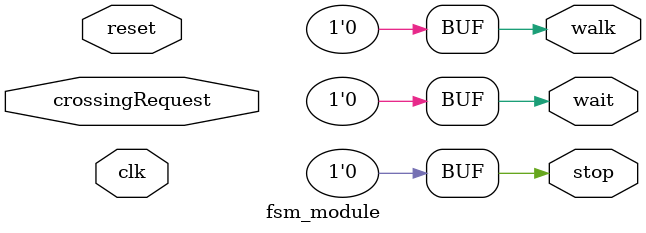
<source format=v>
module fsm_module ( 
  input clk,
  input reset,
  input crossingRequest,
  output reg walk,
  output reg wait,
  output reg stop
);

  parameter WALK = 2'b00;
  parameter WAIT = 2'b01;
  parameter STOP = 2'b10;

  reg [1:0] current_state;
  reg [1:0] next_state;

  always @(posedge clk or posedge reset) begin
    if (reset) begin
      current_state <= WALK;
    end else begin
      current_state <= next_state;
    end
  end

  always @(current_state or crossingRequest) begin
    case (current_state)
      WALK:
        begin
          walk = 1;
          wait = 0;
          stop = 0;
          next_state = (crossingRequest) ? WAIT : WALK;
        end
      WAIT:
        begin
          walk = 0;
          wait = 1;
          stop = 0;
          next_state = (crossingRequest) ? WALK : STOP;
        end
      STOP:
        begin
          walk = 0;
          wait = 0;
          stop = 1;
          next_state = WALK;
        end
      default:
        begin
          walk = 1;
          wait = 0;
          stop = 0;
          next_state = WALK;
        end
    endcase
  end
  
  always @(*) begin
    walk = 0;
    wait = 0;
    stop = 0;
  end
endmodule
</source>
